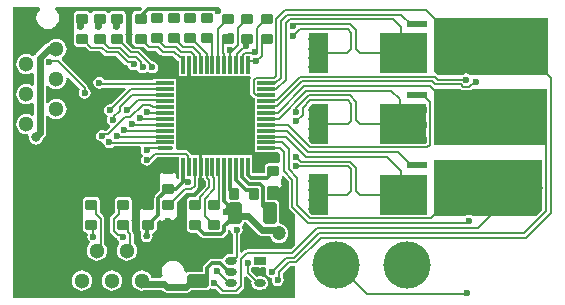
<source format=gbl>
G04*
G04 #@! TF.GenerationSoftware,Altium Limited,Altium Designer,18.0.11 (651)*
G04*
G04 Layer_Physical_Order=2*
G04 Layer_Color=16711680*
%FSLAX43Y43*%
%MOMM*%
G71*
G01*
G75*
%ADD10C,0.200*%
G04:AMPARAMS|DCode=37|XSize=1mm|YSize=0.9mm|CornerRadius=0.113mm|HoleSize=0mm|Usage=FLASHONLY|Rotation=90.000|XOffset=0mm|YOffset=0mm|HoleType=Round|Shape=RoundedRectangle|*
%AMROUNDEDRECTD37*
21,1,1.000,0.675,0,0,90.0*
21,1,0.775,0.900,0,0,90.0*
1,1,0.225,0.338,0.388*
1,1,0.225,0.338,-0.388*
1,1,0.225,-0.338,-0.388*
1,1,0.225,-0.338,0.388*
%
%ADD37ROUNDEDRECTD37*%
G04:AMPARAMS|DCode=40|XSize=1mm|YSize=0.9mm|CornerRadius=0.113mm|HoleSize=0mm|Usage=FLASHONLY|Rotation=0.000|XOffset=0mm|YOffset=0mm|HoleType=Round|Shape=RoundedRectangle|*
%AMROUNDEDRECTD40*
21,1,1.000,0.675,0,0,0.0*
21,1,0.775,0.900,0,0,0.0*
1,1,0.225,0.388,-0.338*
1,1,0.225,-0.388,-0.338*
1,1,0.225,-0.388,0.338*
1,1,0.225,0.388,0.338*
%
%ADD40ROUNDEDRECTD40*%
%ADD44R,1.651X0.610*%
%ADD45R,4.623X4.521*%
G04:AMPARAMS|DCode=48|XSize=1.8mm|YSize=1.15mm|CornerRadius=0.144mm|HoleSize=0mm|Usage=FLASHONLY|Rotation=270.000|XOffset=0mm|YOffset=0mm|HoleType=Round|Shape=RoundedRectangle|*
%AMROUNDEDRECTD48*
21,1,1.800,0.863,0,0,270.0*
21,1,1.513,1.150,0,0,270.0*
1,1,0.288,-0.431,-0.756*
1,1,0.288,-0.431,0.756*
1,1,0.288,0.431,0.756*
1,1,0.288,0.431,-0.756*
%
%ADD48ROUNDEDRECTD48*%
%ADD50R,1.500X0.300*%
%ADD51R,0.300X1.500*%
%ADD52O,1.500X0.300*%
%ADD54C,0.300*%
%ADD56C,0.600*%
%ADD57C,1.300*%
%ADD58C,4.000*%
%ADD59C,0.600*%
%ADD60C,0.800*%
%ADD61C,0.700*%
%ADD62C,1.200*%
%ADD63R,1.000X0.700*%
%ADD64O,1.000X0.700*%
%ADD65R,5.200X5.200*%
G04:AMPARAMS|DCode=66|XSize=3.35mm|YSize=1.25mm|CornerRadius=0.156mm|HoleSize=0mm|Usage=FLASHONLY|Rotation=90.000|XOffset=0mm|YOffset=0mm|HoleType=Round|Shape=RoundedRectangle|*
%AMROUNDEDRECTD66*
21,1,3.350,0.938,0,0,90.0*
21,1,3.038,1.250,0,0,90.0*
1,1,0.313,0.469,1.519*
1,1,0.313,0.469,-1.519*
1,1,0.313,-0.469,-1.519*
1,1,0.313,-0.469,1.519*
%
%ADD66ROUNDEDRECTD66*%
%ADD67R,0.200X0.200*%
G04:AMPARAMS|DCode=68|XSize=1.8mm|YSize=1.15mm|CornerRadius=0.144mm|HoleSize=0mm|Usage=FLASHONLY|Rotation=0.000|XOffset=0mm|YOffset=0mm|HoleType=Round|Shape=RoundedRectangle|*
%AMROUNDEDRECTD68*
21,1,1.800,0.863,0,0,0.0*
21,1,1.513,1.150,0,0,0.0*
1,1,0.288,0.756,-0.431*
1,1,0.288,-0.756,-0.431*
1,1,0.288,-0.756,0.431*
1,1,0.288,0.756,0.431*
%
%ADD68ROUNDEDRECTD68*%
G36*
X32375Y24475D02*
X31875D01*
Y24675D01*
X32375D01*
Y24475D01*
D02*
G37*
G36*
X31725Y23675D02*
X31225D01*
Y23875D01*
X31725D01*
Y23675D01*
D02*
G37*
G36*
X11050Y24630D02*
X10901Y24481D01*
X10588D01*
X10466Y24457D01*
X10362Y24388D01*
X10293Y24284D01*
X10269Y24163D01*
Y23487D01*
X10289Y23389D01*
X10275Y23375D01*
Y22575D01*
X10289Y22561D01*
X10269Y22462D01*
Y21788D01*
X10293Y21666D01*
X10362Y21562D01*
X10466Y21493D01*
X10588Y21469D01*
X11190D01*
X11475Y21184D01*
X11575Y21117D01*
X11692Y21094D01*
X11692Y21094D01*
X12308D01*
X12618Y20784D01*
X12618Y20784D01*
X12717Y20717D01*
X12834Y20694D01*
X13692D01*
X14052Y20334D01*
X14052Y20334D01*
X14152Y20267D01*
X14200Y20258D01*
Y18950D01*
X14900D01*
Y20694D01*
X15148D01*
X15194Y20648D01*
Y19950D01*
X15194Y19950D01*
X15200Y19920D01*
Y18950D01*
X20198D01*
X20287Y18770D01*
X20267Y18741D01*
X20244Y18624D01*
X20244Y18624D01*
Y17576D01*
X20244Y17576D01*
X20267Y17459D01*
X20334Y17359D01*
X20509Y17184D01*
X20509Y17184D01*
X20609Y17117D01*
X20650Y17109D01*
Y16500D01*
Y15500D01*
Y14500D01*
Y13500D01*
Y12500D01*
X22550D01*
Y12500D01*
X22715Y12464D01*
X22794Y12386D01*
Y11700D01*
X22614Y11576D01*
X22587Y11581D01*
X21812D01*
X21691Y11557D01*
X21587Y11488D01*
X21518Y11384D01*
X21494Y11262D01*
Y10732D01*
X20435D01*
X20407Y10760D01*
Y11300D01*
X20400Y11334D01*
Y12250D01*
X16200D01*
Y10350D01*
X16296D01*
X16317Y10243D01*
X16384Y10144D01*
X16494Y10033D01*
Y9676D01*
X15759Y8940D01*
X15692Y8841D01*
X15671Y8731D01*
X15213D01*
X15091Y8707D01*
X14987Y8638D01*
X14918Y8534D01*
X14894Y8413D01*
Y7738D01*
X14914Y7639D01*
X14900Y7625D01*
Y6825D01*
X14914Y6811D01*
X14894Y6713D01*
Y6037D01*
X14918Y5916D01*
X14987Y5812D01*
X15091Y5743D01*
X15213Y5719D01*
X15726D01*
X16123Y5323D01*
X16238Y5245D01*
X16375Y5218D01*
X17779D01*
X17916Y5245D01*
X18031Y5323D01*
X18302Y5594D01*
X18380Y5709D01*
X18407Y5846D01*
Y5946D01*
X18416Y5952D01*
X18613Y5860D01*
X18629Y5780D01*
X18740Y5615D01*
X18794Y5578D01*
Y3905D01*
X18500D01*
X18356Y3886D01*
X18223Y3830D01*
X18108Y3742D01*
X18020Y3627D01*
X17999Y3578D01*
X17841Y3490D01*
X17782Y3488D01*
X17686Y3507D01*
X17050D01*
X16913Y3480D01*
X16798Y3402D01*
X16348Y2952D01*
X16270Y2837D01*
X16243Y2700D01*
Y2382D01*
X15044D01*
X14910Y2355D01*
X14866Y2326D01*
X14774Y2360D01*
X14689Y2419D01*
X14661Y2638D01*
X14565Y2869D01*
X14413Y3068D01*
X14214Y3220D01*
X13983Y3316D01*
X13735Y3348D01*
X13487Y3316D01*
X13256Y3220D01*
X13057Y3068D01*
X12905Y2869D01*
X12809Y2638D01*
X12777Y2390D01*
X12809Y2142D01*
X12831Y2090D01*
X12711Y1910D01*
X11877D01*
X11807Y2079D01*
X11671Y2256D01*
X11494Y2392D01*
X11287Y2478D01*
X11065Y2507D01*
X10843Y2478D01*
X10636Y2392D01*
X10459Y2256D01*
X10323Y2079D01*
X10237Y1872D01*
X10208Y1650D01*
X10237Y1428D01*
X10323Y1221D01*
X10459Y1044D01*
X10636Y908D01*
X10843Y822D01*
X11065Y793D01*
X11287Y822D01*
X11452Y890D01*
X12746D01*
X12857Y780D01*
X13022Y669D01*
X13217Y630D01*
X14840D01*
X15035Y669D01*
X15200Y780D01*
X15239Y818D01*
X16556D01*
X16690Y845D01*
X16804Y921D01*
X16880Y1035D01*
X16880Y1035D01*
X16915Y1014D01*
X17005Y954D01*
X17024Y950D01*
X17200Y915D01*
X17348Y945D01*
X17709Y584D01*
X17709Y584D01*
X17808Y517D01*
X17925Y494D01*
X19069D01*
X19069Y494D01*
X19186Y517D01*
X19286Y584D01*
X19666Y964D01*
X19733Y1064D01*
X19756Y1181D01*
Y1938D01*
X19936Y2012D01*
X20363Y1585D01*
X20345Y1450D01*
X20364Y1306D01*
X20420Y1173D01*
X20508Y1058D01*
X20623Y970D01*
X20756Y914D01*
X20900Y895D01*
X21200D01*
X21344Y914D01*
X21477Y970D01*
X21592Y1058D01*
X21680Y1173D01*
X21736Y1306D01*
X21755Y1450D01*
X21736Y1594D01*
X21680Y1727D01*
X21592Y1842D01*
X21477Y1930D01*
X21344Y1986D01*
X21200Y2005D01*
X20900D01*
X20819Y1994D01*
X20356Y2457D01*
Y2728D01*
X20410Y2765D01*
X20434Y2800D01*
X20849D01*
X20880Y2779D01*
X21075Y2740D01*
X21270Y2779D01*
X21302Y2800D01*
X21525D01*
X21622Y2620D01*
X21605Y2595D01*
X21566Y2400D01*
X21605Y2205D01*
X21716Y2040D01*
X21881Y1929D01*
X22076Y1890D01*
X22070Y1722D01*
X22065Y1700D01*
X22104Y1505D01*
X22215Y1340D01*
X22380Y1229D01*
X22575Y1190D01*
X22770Y1229D01*
X22935Y1340D01*
X23046Y1505D01*
X23085Y1700D01*
X23046Y1895D01*
X22982Y1991D01*
Y2249D01*
X23627Y2894D01*
X24000D01*
Y204D01*
X204D01*
Y24796D01*
X2392D01*
X2453Y24616D01*
X2422Y24593D01*
X2270Y24394D01*
X2174Y24163D01*
X2142Y23915D01*
X2174Y23667D01*
X2270Y23436D01*
X2422Y23237D01*
X2621Y23085D01*
X2852Y22989D01*
X3100Y22957D01*
X3348Y22989D01*
X3579Y23085D01*
X3778Y23237D01*
X3930Y23436D01*
X4026Y23667D01*
X4058Y23915D01*
X4026Y24163D01*
X3930Y24394D01*
X3778Y24593D01*
X3747Y24616D01*
X3808Y24796D01*
X10981D01*
X11050Y24630D01*
D02*
G37*
G36*
X30950Y20800D02*
X30450D01*
Y21000D01*
X30950D01*
Y20800D01*
D02*
G37*
G36*
X27650D02*
X27150D01*
Y21000D01*
X27650D01*
Y20800D01*
D02*
G37*
G36*
X35200Y19231D02*
X31275D01*
Y22600D01*
X35200D01*
Y19231D01*
D02*
G37*
G36*
X26800D02*
X25200D01*
Y22644D01*
X26800D01*
Y19231D01*
D02*
G37*
G36*
X45500Y19100D02*
X38814D01*
X38745Y19146D01*
X38550Y19185D01*
X38355Y19146D01*
X38286Y19100D01*
X36133D01*
X36091Y19141D01*
X35992Y19208D01*
X35875Y19231D01*
X35800Y19403D01*
Y23900D01*
X45500D01*
Y19100D01*
D02*
G37*
G36*
X33050Y18025D02*
X32550D01*
Y18225D01*
X33050D01*
Y18025D01*
D02*
G37*
G36*
X45394Y13100D02*
X35800D01*
Y17900D01*
X38044D01*
X38085Y17859D01*
X38184Y17792D01*
X38301Y17769D01*
X38799D01*
X38799Y17769D01*
X38916Y17792D01*
X39015Y17859D01*
X39056Y17900D01*
X45394D01*
Y13100D01*
D02*
G37*
G36*
X31550Y17625D02*
X31050D01*
Y17825D01*
X31550D01*
Y17625D01*
D02*
G37*
G36*
X30950Y14800D02*
X30450D01*
Y15000D01*
X30950D01*
Y14800D01*
D02*
G37*
G36*
X27650D02*
X27150D01*
Y15000D01*
X27650D01*
Y14800D01*
D02*
G37*
G36*
X35170Y13293D02*
X35108Y13231D01*
X31275D01*
Y16600D01*
X35170D01*
Y13293D01*
D02*
G37*
G36*
X26800Y13231D02*
X25469D01*
X25200Y13500D01*
Y16342D01*
X25477Y16619D01*
X26800D01*
Y13231D01*
D02*
G37*
G36*
X31450Y12025D02*
X30950D01*
Y12225D01*
X31450D01*
Y12025D01*
D02*
G37*
G36*
X30650Y8800D02*
X30150D01*
Y9000D01*
X30650D01*
Y8800D01*
D02*
G37*
G36*
X27650D02*
X27150D01*
Y9000D01*
X27650D01*
Y8800D01*
D02*
G37*
G36*
X26800Y7231D02*
X25469D01*
X25200Y7500D01*
Y10700D01*
X26800D01*
Y7231D01*
D02*
G37*
G36*
X35200D02*
X34050D01*
X34040Y7229D01*
X33660D01*
X33650Y7231D01*
X31275D01*
Y10600D01*
X35200D01*
Y7231D01*
D02*
G37*
G36*
X44994Y7661D02*
X44433Y7100D01*
X39092D01*
X38947Y7197D01*
X38752Y7235D01*
X38557Y7197D01*
X38412Y7100D01*
X35800D01*
Y11900D01*
X44994D01*
Y7661D01*
D02*
G37*
G36*
X34100Y6825D02*
X33600D01*
Y7025D01*
X34100D01*
Y6825D01*
D02*
G37*
G36*
X23519Y10083D02*
Y7875D01*
X23519Y7875D01*
X23542Y7758D01*
X23609Y7659D01*
X24000Y7267D01*
Y4633D01*
X23673Y4306D01*
X19976D01*
X19976Y4306D01*
X19859Y4283D01*
X19760Y4216D01*
X19760Y4216D01*
X19572Y4028D01*
X19406Y4097D01*
Y5578D01*
X19460Y5615D01*
X19571Y5780D01*
X19610Y5975D01*
X19584Y6102D01*
X19575Y6151D01*
X19575Y6151D01*
X19571Y6170D01*
X19511Y6260D01*
X19604Y6371D01*
X19625Y6402D01*
X19680Y6485D01*
X19701Y6590D01*
X19891D01*
X20867Y5615D01*
X21032Y5504D01*
X21227Y5465D01*
X21892D01*
X21896Y5441D01*
X21976Y5247D01*
X22104Y5079D01*
X22272Y4951D01*
X22466Y4871D01*
X22675Y4843D01*
X22884Y4871D01*
X23078Y4951D01*
X23246Y5079D01*
X23374Y5247D01*
X23454Y5441D01*
X23482Y5650D01*
X23454Y5859D01*
X23374Y6053D01*
X23246Y6221D01*
X23078Y6349D01*
X22884Y6429D01*
X22846Y6434D01*
X22707Y6619D01*
Y8131D01*
X22680Y8265D01*
X22604Y8379D01*
X22490Y8455D01*
X22356Y8482D01*
X21707D01*
Y9475D01*
X22700D01*
X22900Y9675D01*
Y10447D01*
X22981Y10506D01*
X23077Y10525D01*
X23519Y10083D01*
D02*
G37*
%LPC*%
G36*
X7887Y24481D02*
X7113D01*
X6991Y24457D01*
X6887Y24388D01*
X6850Y24332D01*
X6817Y24323D01*
X6683D01*
X6650Y24332D01*
X6613Y24388D01*
X6509Y24457D01*
X6387Y24481D01*
X5613D01*
X5491Y24457D01*
X5387Y24388D01*
X5318Y24284D01*
X5294Y24163D01*
Y23487D01*
X5314Y23389D01*
X5300Y23375D01*
Y22575D01*
X5314Y22561D01*
X5294Y22462D01*
Y21788D01*
X5318Y21666D01*
X5387Y21562D01*
X5491Y21493D01*
X5613Y21469D01*
X6274D01*
X6584Y21159D01*
X6683Y21092D01*
X6800Y21069D01*
X6800Y21069D01*
X7558D01*
X7868Y20759D01*
X7868Y20759D01*
X7967Y20692D01*
X8084Y20669D01*
X8084Y20669D01*
X8917D01*
X9652Y19934D01*
X9652Y19934D01*
X9752Y19867D01*
X9869Y19844D01*
X9886D01*
X9903Y19756D01*
X10014Y19590D01*
X10179Y19480D01*
X10374Y19441D01*
X10569Y19480D01*
X10751Y19398D01*
X10789Y19342D01*
X10954Y19231D01*
X11149Y19192D01*
X11344Y19231D01*
X11414Y19278D01*
X11551Y19326D01*
X11683Y19277D01*
X11755Y19229D01*
X11950Y19190D01*
X12145Y19229D01*
X12310Y19340D01*
X12421Y19505D01*
X12460Y19700D01*
X12421Y19895D01*
X12310Y20060D01*
X12145Y20171D01*
X11965Y20207D01*
X10980Y21191D01*
X10881Y21258D01*
X10764Y21281D01*
X10764Y21281D01*
X10302D01*
X9706Y21876D01*
Y22462D01*
X9686Y22561D01*
X9700Y22575D01*
Y23375D01*
X9686Y23389D01*
X9706Y23487D01*
Y24163D01*
X9682Y24284D01*
X9613Y24388D01*
X9509Y24457D01*
X9387Y24481D01*
X8613D01*
X8491Y24457D01*
X8387Y24388D01*
X8350Y24332D01*
X8317Y24323D01*
X8183D01*
X8150Y24332D01*
X8113Y24388D01*
X8009Y24457D01*
X7887Y24481D01*
D02*
G37*
G36*
X3840Y22102D02*
X3618Y22073D01*
X3411Y21987D01*
X3234Y21851D01*
X3155Y21748D01*
X2993Y21716D01*
X2827Y21605D01*
X2090Y20868D01*
X2001Y20735D01*
X1891Y20688D01*
X1789Y20671D01*
X1729Y20717D01*
X1522Y20803D01*
X1300Y20832D01*
X1078Y20803D01*
X871Y20717D01*
X694Y20581D01*
X558Y20404D01*
X472Y20197D01*
X443Y19975D01*
X472Y19753D01*
X558Y19546D01*
X694Y19369D01*
X871Y19233D01*
X1078Y19147D01*
X1300Y19118D01*
X1522Y19147D01*
X1729Y19233D01*
X1760Y19257D01*
X1940Y19168D01*
Y18242D01*
X1760Y18153D01*
X1729Y18177D01*
X1522Y18263D01*
X1300Y18292D01*
X1078Y18263D01*
X871Y18177D01*
X694Y18041D01*
X558Y17864D01*
X472Y17657D01*
X443Y17435D01*
X472Y17213D01*
X558Y17006D01*
X694Y16829D01*
X871Y16693D01*
X1078Y16607D01*
X1300Y16578D01*
X1522Y16607D01*
X1729Y16693D01*
X1760Y16717D01*
X1940Y16628D01*
Y15702D01*
X1760Y15613D01*
X1729Y15637D01*
X1522Y15723D01*
X1300Y15752D01*
X1078Y15723D01*
X871Y15637D01*
X694Y15501D01*
X558Y15324D01*
X472Y15117D01*
X443Y14895D01*
X472Y14673D01*
X558Y14466D01*
X694Y14289D01*
X871Y14153D01*
X1078Y14067D01*
X1300Y14038D01*
X1395Y14050D01*
X1454Y14002D01*
X1535Y13887D01*
X1520Y13776D01*
X1541Y13619D01*
X1601Y13473D01*
X1697Y13348D01*
X1823Y13252D01*
X1968Y13191D01*
X2125Y13170D01*
X2282Y13191D01*
X2428Y13252D01*
X2553Y13348D01*
X2649Y13473D01*
X2710Y13619D01*
X2725Y13732D01*
X2811Y13790D01*
X2921Y13955D01*
X2960Y14150D01*
Y15620D01*
X3140Y15681D01*
X3234Y15559D01*
X3411Y15423D01*
X3618Y15337D01*
X3840Y15308D01*
X4062Y15337D01*
X4269Y15423D01*
X4446Y15559D01*
X4582Y15736D01*
X4668Y15943D01*
X4697Y16165D01*
X4668Y16387D01*
X4582Y16594D01*
X4446Y16771D01*
X4269Y16907D01*
X4062Y16993D01*
X3840Y17022D01*
X3618Y16993D01*
X3411Y16907D01*
X3234Y16771D01*
X3140Y16649D01*
X2960Y16710D01*
Y18160D01*
X3140Y18221D01*
X3234Y18099D01*
X3411Y17963D01*
X3618Y17877D01*
X3840Y17848D01*
X4062Y17877D01*
X4269Y17963D01*
X4446Y18099D01*
X4582Y18276D01*
X4668Y18483D01*
X4697Y18705D01*
X4684Y18803D01*
X4855Y18888D01*
X5851Y17891D01*
X5754Y17745D01*
X5715Y17550D01*
X5754Y17355D01*
X5864Y17190D01*
X6030Y17079D01*
X6225Y17040D01*
X6420Y17079D01*
X6585Y17190D01*
X6696Y17355D01*
X6735Y17550D01*
X6696Y17745D01*
X6585Y17910D01*
X6531Y17947D01*
Y17950D01*
X6508Y18067D01*
X6441Y18166D01*
X6441Y18166D01*
X4291Y20317D01*
X4284Y20373D01*
X4320Y20542D01*
X4446Y20639D01*
X4582Y20816D01*
X4668Y21023D01*
X4697Y21245D01*
X4668Y21467D01*
X4582Y21674D01*
X4446Y21851D01*
X4269Y21987D01*
X4062Y22073D01*
X3840Y22102D01*
D02*
G37*
G36*
X7475Y18910D02*
X7280Y18871D01*
X7115Y18760D01*
X7004Y18595D01*
X6965Y18400D01*
X7004Y18205D01*
X7115Y18039D01*
X7280Y17929D01*
X7475Y17890D01*
X7670Y17929D01*
X7768Y17994D01*
X9626D01*
X9695Y17828D01*
X8440Y16573D01*
X8375Y16586D01*
X8180Y16547D01*
X8015Y16436D01*
X7904Y16271D01*
X7866Y16076D01*
X7904Y15881D01*
X8015Y15715D01*
X8180Y15605D01*
X8138Y15483D01*
X8129Y15470D01*
X8090Y15275D01*
X8129Y15080D01*
X8240Y14915D01*
X8336Y14850D01*
X8380Y14639D01*
X8072Y14331D01*
X7955D01*
X7895Y14371D01*
X7700Y14410D01*
X7505Y14371D01*
X7340Y14260D01*
X7229Y14095D01*
X7190Y13900D01*
X7229Y13705D01*
X7340Y13540D01*
X7505Y13429D01*
X7700Y13390D01*
X7843Y13235D01*
X7854Y13180D01*
X7965Y13015D01*
X8130Y12904D01*
X8325Y12865D01*
X8520Y12904D01*
X8685Y13015D01*
X8689Y13019D01*
X10929D01*
X11023Y12839D01*
X10991Y12676D01*
X11030Y12481D01*
X11140Y12315D01*
Y12236D01*
X11030Y12071D01*
X10991Y11876D01*
X11030Y11680D01*
X11140Y11515D01*
X11305Y11405D01*
X11501Y11366D01*
X11696Y11405D01*
X11861Y11515D01*
X11972Y11680D01*
X11980Y11724D01*
X12350Y12094D01*
X14200D01*
Y11335D01*
X14193Y11300D01*
Y10376D01*
X14194Y10374D01*
Y10279D01*
X14180Y10270D01*
X14000Y10367D01*
Y10675D01*
X13800Y10875D01*
X12800D01*
X12600Y10675D01*
Y9875D01*
X12614Y9861D01*
X12594Y9763D01*
Y9228D01*
X12223Y8856D01*
X12145Y8741D01*
X12118Y8604D01*
Y7825D01*
X11125D01*
X10925Y7625D01*
Y6825D01*
X10939Y6811D01*
X10919Y6713D01*
Y6037D01*
X10943Y5916D01*
X11012Y5812D01*
X11040Y5674D01*
X11004Y5620D01*
X10965Y5425D01*
X11004Y5230D01*
X11115Y5065D01*
X11280Y4954D01*
X11475Y4915D01*
X11670Y4954D01*
X11835Y5065D01*
X11946Y5230D01*
X11985Y5425D01*
X11962Y5539D01*
X11996Y5661D01*
X12087Y5734D01*
X12134Y5743D01*
X12238Y5812D01*
X12307Y5916D01*
X12331Y6037D01*
Y6576D01*
X12593Y6838D01*
X12625Y6825D01*
X12825Y6625D01*
X13825D01*
X14025Y6825D01*
Y7625D01*
X14011Y7639D01*
X14031Y7737D01*
Y8265D01*
X14835Y9069D01*
X15274D01*
X15274Y9069D01*
X15391Y9092D01*
X15490Y9159D01*
X15766Y9435D01*
X15766Y9435D01*
X15833Y9534D01*
X15856Y9651D01*
Y9723D01*
X15857Y9727D01*
Y10350D01*
X15900D01*
Y12250D01*
X15291D01*
X15283Y12291D01*
X15216Y12391D01*
X14991Y12616D01*
X14891Y12683D01*
X14774Y12706D01*
X14774Y12706D01*
X14112D01*
X13983Y12826D01*
X13950Y13000D01*
X13950D01*
X13950Y13000D01*
Y13500D01*
Y14500D01*
Y15500D01*
Y16500D01*
Y17500D01*
Y18700D01*
X12050D01*
Y18606D01*
X7939D01*
X7835Y18760D01*
X7670Y18871D01*
X7475Y18910D01*
D02*
G37*
G36*
X9888Y8731D02*
X9113D01*
X8991Y8707D01*
X8887Y8638D01*
X8818Y8534D01*
X8794Y8412D01*
Y7737D01*
X8800Y7706D01*
X8794Y7675D01*
X8794Y7675D01*
Y7410D01*
X8484Y7100D01*
X8417Y7000D01*
X8394Y6883D01*
X8394Y6883D01*
Y5867D01*
X8394Y5867D01*
X8417Y5750D01*
X8484Y5650D01*
X8850Y5284D01*
X8850Y5284D01*
X8950Y5217D01*
X8988Y5210D01*
X9004Y5130D01*
X9115Y4965D01*
X9130Y4954D01*
X9139Y4732D01*
X9053Y4619D01*
X8967Y4412D01*
X8938Y4190D01*
X8967Y3968D01*
X9053Y3761D01*
X9189Y3584D01*
X9366Y3448D01*
X9573Y3362D01*
X9795Y3333D01*
X10017Y3362D01*
X10224Y3448D01*
X10401Y3584D01*
X10537Y3761D01*
X10623Y3968D01*
X10652Y4190D01*
X10623Y4412D01*
X10537Y4619D01*
X10401Y4796D01*
X10381Y4812D01*
Y5574D01*
X10381Y5574D01*
X10358Y5691D01*
X10291Y5790D01*
X10291Y5790D01*
X10206Y5875D01*
Y6036D01*
X10206Y6037D01*
Y6712D01*
X10186Y6811D01*
X10200Y6825D01*
Y7625D01*
X10186Y7639D01*
X10206Y7737D01*
Y8412D01*
X10182Y8534D01*
X10113Y8638D01*
X10009Y8707D01*
X9888Y8731D01*
D02*
G37*
G36*
X7188Y8731D02*
X6412D01*
X6291Y8707D01*
X6187Y8638D01*
X6118Y8534D01*
X6094Y8412D01*
Y7737D01*
X6114Y7639D01*
X6100Y7625D01*
Y6825D01*
X6114Y6811D01*
X6094Y6712D01*
Y6037D01*
X6118Y5916D01*
X6187Y5812D01*
X6291Y5743D01*
X6412Y5719D01*
X6504Y5546D01*
X6503Y5539D01*
X6466Y5350D01*
X6504Y5155D01*
X6615Y4990D01*
X6643Y4971D01*
X6644Y4950D01*
X6626Y4766D01*
X6513Y4619D01*
X6427Y4412D01*
X6398Y4190D01*
X6427Y3968D01*
X6513Y3761D01*
X6649Y3584D01*
X6826Y3448D01*
X7033Y3362D01*
X7255Y3333D01*
X7477Y3362D01*
X7684Y3448D01*
X7861Y3584D01*
X7997Y3761D01*
X8083Y3968D01*
X8112Y4190D01*
X8083Y4412D01*
X7997Y4619D01*
X7906Y4738D01*
Y6900D01*
X7906Y6900D01*
X7883Y7017D01*
X7816Y7116D01*
X7816Y7116D01*
X7506Y7427D01*
Y7675D01*
X7500Y7706D01*
X7506Y7737D01*
Y8412D01*
X7482Y8534D01*
X7413Y8638D01*
X7309Y8707D01*
X7188Y8731D01*
D02*
G37*
G36*
X8525Y2507D02*
X8303Y2478D01*
X8096Y2392D01*
X7919Y2256D01*
X7783Y2079D01*
X7697Y1872D01*
X7668Y1650D01*
X7697Y1428D01*
X7783Y1221D01*
X7919Y1044D01*
X8096Y908D01*
X8303Y822D01*
X8525Y793D01*
X8747Y822D01*
X8954Y908D01*
X9131Y1044D01*
X9267Y1221D01*
X9353Y1428D01*
X9382Y1650D01*
X9353Y1872D01*
X9267Y2079D01*
X9131Y2256D01*
X8954Y2392D01*
X8747Y2478D01*
X8525Y2507D01*
D02*
G37*
G36*
X5985D02*
X5763Y2478D01*
X5556Y2392D01*
X5379Y2256D01*
X5243Y2079D01*
X5157Y1872D01*
X5128Y1650D01*
X5157Y1428D01*
X5243Y1221D01*
X5379Y1044D01*
X5556Y908D01*
X5763Y822D01*
X5985Y793D01*
X6207Y822D01*
X6414Y908D01*
X6591Y1044D01*
X6727Y1221D01*
X6813Y1428D01*
X6842Y1650D01*
X6813Y1872D01*
X6727Y2079D01*
X6591Y2256D01*
X6414Y2392D01*
X6207Y2478D01*
X5985Y2507D01*
D02*
G37*
%LPD*%
D10*
X26000Y20900D02*
X27200D01*
X26000Y14900D02*
X27200D01*
X26000Y8900D02*
X27200D01*
X16100Y9531D02*
Y11250D01*
X13475Y6375D02*
X14300Y7200D01*
X26206Y5275D02*
X28453D01*
X24131Y3200D02*
X26206Y5275D01*
X23500Y3200D02*
X24131D01*
X26041Y5675D02*
X28618D01*
X23966Y3600D02*
X26041Y5675D01*
X23276Y3600D02*
X23966D01*
X17312Y1313D02*
X17362Y1362D01*
X25875Y6075D02*
X28784D01*
X23800Y4000D02*
X25875Y6075D01*
X19976Y4000D02*
X23800D01*
X25342Y12925D02*
X35235D01*
X35475Y13166D01*
X23417Y14850D02*
X25342Y12925D01*
X8600Y15476D02*
X8624D01*
X20850Y23025D02*
X21800Y23975D01*
X20600Y21050D02*
X20850D01*
X20050Y20226D02*
X20776D01*
X24100Y12150D02*
X24149D01*
X24574Y11725D01*
X24125Y11325D02*
X28534D01*
X24100Y11350D02*
X24125Y11325D01*
X22762Y12850D02*
X23100Y12512D01*
Y10934D02*
Y12512D01*
Y10934D02*
X23825Y10209D01*
X23500Y11100D02*
Y12800D01*
Y11100D02*
X24225Y10375D01*
X22950Y13350D02*
X23500Y12800D01*
X24499Y18925D02*
X24931D01*
X22474Y16900D02*
X24499Y18925D01*
X24675Y18525D02*
X25075D01*
X23060Y16910D02*
X24675Y18525D01*
X23050Y16910D02*
X23060D01*
X22566Y15850D02*
X24841Y18125D01*
X24700Y16275D02*
X25350Y16925D01*
X24100Y15125D02*
X24148D01*
X24700Y15676D01*
Y16275D01*
X24100Y15925D02*
Y16241D01*
X25184Y17325D01*
X22644Y15362D02*
X25006Y17725D01*
X31100D01*
X25350Y16925D02*
X28509D01*
X19610Y21350D02*
X19900D01*
X19949Y21399D02*
Y21751D01*
X20074Y21651D02*
Y22274D01*
X25075Y18525D02*
X35650D01*
X22550Y16410D02*
X23050Y16910D01*
X23250Y18669D02*
Y23450D01*
X22431Y17850D02*
X23250Y18669D01*
X21600Y17850D02*
X22431D01*
X22850Y18834D02*
Y23650D01*
X22366Y18350D02*
X22850Y18834D01*
X21600Y18350D02*
X22366D01*
X22450Y19000D02*
Y23816D01*
X22250Y18800D02*
X22450Y19000D01*
X20726Y18800D02*
X22250D01*
X24841Y18125D02*
X32600D01*
X24931Y18925D02*
X35875D01*
X24931Y18925D02*
X24931Y18925D01*
X22200Y16900D02*
X22474D01*
X20550Y18624D02*
X20726Y18800D01*
X25184Y17325D02*
X28675D01*
X19200Y23000D02*
X20175Y23975D01*
X18526Y21176D02*
X18776D01*
X18550Y19900D02*
Y21152D01*
X22150Y16850D02*
X22200Y16900D01*
X21600Y16850D02*
X22150D01*
X22644Y15350D02*
Y15362D01*
X22550Y16400D02*
Y16410D01*
X21600Y14850D02*
X23417D01*
X23352Y14350D02*
X25177Y12525D01*
X21600Y14350D02*
X23352D01*
X25177Y12525D02*
X32750D01*
X21600Y15350D02*
X22644D01*
X15575Y8075D02*
X15975Y8475D01*
X16400Y8583D02*
X17200Y9383D01*
Y9931D01*
X15975Y8724D02*
X16800Y9549D01*
X15975Y8475D02*
Y8724D01*
X16800Y9549D02*
Y10097D01*
X16400Y7150D02*
Y8583D01*
X16800Y10097D02*
Y10160D01*
X16800Y10097D02*
X16800Y10097D01*
X15551Y9727D02*
Y11300D01*
X15550Y9726D02*
X15551Y9727D01*
X15550Y9651D02*
Y9726D01*
X15274Y9375D02*
X15550Y9651D01*
X14550Y10376D02*
X14951Y9975D01*
X15394Y8825D02*
X16100Y9531D01*
X9300Y5500D02*
X9475Y5325D01*
X9067Y5500D02*
X9300D01*
X8700Y5867D02*
X9067Y5500D01*
X7700Y14025D02*
X8199D01*
X6800Y8075D02*
X7200Y7675D01*
X8375Y13325D02*
X13000D01*
X10227Y17351D02*
X12999D01*
X9200Y16324D02*
X10227Y17351D01*
X10150Y17850D02*
X13000D01*
X8375Y16076D02*
X10150Y17850D01*
X9200Y16052D02*
Y16324D01*
X8624Y15476D02*
X9200Y16052D01*
X9800Y16075D02*
X9900D01*
X9649Y15475D02*
X10076D01*
X8199Y14025D02*
X9649Y15475D01*
X10076D02*
X11152Y16551D01*
X9600Y14401D02*
X9726Y14275D01*
X8600Y15275D02*
Y15476D01*
X9726Y14275D02*
X10500D01*
X8950Y13925D02*
X9074Y13801D01*
X10575Y14350D02*
X13000D01*
X10500Y14275D02*
X10575Y14350D01*
X8325Y13375D02*
X8375Y13325D01*
X9074Y13801D02*
X9849D01*
X9100Y7675D02*
X9500Y8075D01*
X9100Y7283D02*
Y7675D01*
X8700Y6883D02*
X9100Y7283D01*
X8700Y5867D02*
Y6883D01*
X13000Y13325D02*
Y13350D01*
X9849Y13801D02*
X9898Y13850D01*
X13000D01*
X10175Y14850D02*
X10200Y14825D01*
X11149D01*
X10800Y15350D02*
X10850Y15300D01*
X11500D01*
X11550Y15350D02*
X13000D01*
X11500Y15300D02*
X11550Y15350D01*
X11174Y14850D02*
X13000D01*
X11149Y14825D02*
X11174Y14850D01*
X10175Y14850D02*
X10175Y14850D01*
X12000Y16350D02*
X13000D01*
X11799Y16551D02*
X12000Y16350D01*
X11152Y16551D02*
X11799D01*
X10776Y16951D02*
X11965D01*
X9900Y16075D02*
X10776Y16951D01*
X12999Y17351D02*
X13000Y17350D01*
X12016Y16900D02*
X12950D01*
X11965Y16951D02*
X12016Y16900D01*
X11500Y15850D02*
X13000D01*
X12950Y16900D02*
X13000Y16850D01*
X11501Y11876D02*
X11699D01*
X12223Y12400D02*
X14774D01*
X11600Y12850D02*
X13000D01*
X11501Y12751D02*
X11600Y12850D01*
X7575Y18300D02*
X12950D01*
X13000Y15850D02*
Y15850D01*
X11699Y11876D02*
X12223Y12400D01*
X17362Y1362D02*
X17925Y800D01*
X19100Y3689D02*
Y5975D01*
X18900Y3489D02*
X19100Y3689D01*
X19450Y3474D02*
X19976Y4000D01*
X19450Y1181D02*
Y3474D01*
X9500Y4485D02*
X10075D01*
X9900Y5749D02*
Y6225D01*
X9750Y6375D02*
X9900Y6225D01*
X9500Y6375D02*
X9750D01*
X9900Y5749D02*
X10075Y5574D01*
X9500Y4485D02*
X9795Y4190D01*
X10075Y4485D02*
Y5574D01*
X14708Y9375D02*
X15274D01*
X13408Y8075D02*
X14708Y9375D01*
X13325Y8075D02*
X13408D01*
X15017Y8825D02*
X15394D01*
X14300Y8108D02*
X15017Y8825D01*
X14300Y7200D02*
Y8108D01*
X16400Y7150D02*
X17175Y6375D01*
X13325Y6375D02*
X13475D01*
X14550Y10376D02*
X14550Y10376D01*
X6225Y17550D02*
Y17950D01*
X3950Y20225D02*
X6225Y17950D01*
X3425Y20225D02*
X3950D01*
X7475Y18400D02*
X7575Y18300D01*
X6800Y6375D02*
X6975Y6200D01*
Y5525D02*
Y6200D01*
X19176Y20916D02*
X19610Y21350D01*
X19176Y20903D02*
Y20916D01*
X19100Y20827D02*
X19176Y20903D01*
X19100Y19950D02*
Y20827D01*
X19600Y20774D02*
X19776Y20950D01*
X19600Y19950D02*
Y20774D01*
X20850Y21050D02*
Y23025D01*
X20500Y20950D02*
X20600Y21050D01*
X19776Y20950D02*
X20500D01*
X19200Y22574D02*
Y23000D01*
Y22574D02*
X19200Y22574D01*
Y22076D02*
Y22574D01*
X19200Y22076D02*
X19200Y22076D01*
X19200Y21617D02*
Y22076D01*
X19100Y21517D02*
X19200Y21617D01*
X19100Y21500D02*
Y21517D01*
X18776Y21176D02*
X19100Y21500D01*
X17950Y21675D02*
X18600Y22325D01*
X17525Y19925D02*
Y22950D01*
X16875Y21900D02*
X17000Y21775D01*
Y19950D02*
Y21775D01*
X15256Y22150D02*
X16550Y20856D01*
Y19900D02*
Y20856D01*
X15440Y21400D02*
X16000Y20840D01*
Y19950D02*
Y20840D01*
X17950Y20925D02*
Y21675D01*
Y20925D02*
X18050Y20825D01*
Y19900D02*
Y20825D01*
X18526Y21176D02*
X18550Y21152D01*
X18900Y3350D02*
Y3489D01*
X7600Y4535D02*
Y6900D01*
X7255Y4190D02*
X7600Y4535D01*
X7200Y7300D02*
Y7675D01*
Y7300D02*
X7600Y6900D01*
X23850Y22375D02*
X23899D01*
X24473Y22950D01*
X23850Y23175D02*
X24050Y23375D01*
X23575Y23775D02*
X31275D01*
X23375Y24175D02*
X33050D01*
X23209Y24575D02*
X26325D01*
X22450Y23816D02*
X23209Y24575D01*
X22850Y23650D02*
X23375Y24175D01*
X23250Y23450D02*
X23575Y23775D01*
X21250Y20700D02*
Y21925D01*
X20776Y20226D02*
X21250Y20700D01*
X19900Y21350D02*
X19949Y21399D01*
X17525Y22950D02*
X18400Y23825D01*
X17525Y19925D02*
X17550Y19900D01*
X8975Y23350D02*
X9000Y23325D01*
X9869Y20150D02*
X10250D01*
X9044Y20975D02*
X9869Y20150D01*
X9209Y21375D02*
X10009Y20575D01*
X8084Y20975D02*
X9044D01*
X7684Y21375D02*
X8084Y20975D01*
X6800Y21375D02*
X7684D01*
X6050Y22125D02*
X6800Y21375D01*
X6000Y22125D02*
X6050D01*
X10009Y20575D02*
X10598D01*
X8250Y21375D02*
X9209D01*
X7500Y22125D02*
X8250Y21375D01*
X9000Y22125D02*
X9025D01*
X10175Y20975D01*
X16725Y22150D02*
X16875Y22000D01*
Y21900D02*
Y22000D01*
X11317Y21775D02*
X11692Y21400D01*
X14269Y20550D02*
X14550D01*
X8200Y1975D02*
X8525Y1650D01*
X25175Y6525D02*
X25550D01*
X23825Y7875D02*
X25175Y6525D01*
X23825Y7875D02*
Y10209D01*
X24225Y8042D02*
X25342Y6925D01*
X24225Y8042D02*
Y10375D01*
X24000Y12250D02*
X24049D01*
X25550Y6525D02*
X25550Y6525D01*
X38550D01*
X25342Y6925D02*
X33650D01*
X12950Y18300D02*
X13000Y18350D01*
X16600Y10360D02*
X16800Y10160D01*
X16600Y10360D02*
Y11250D01*
X17100Y10426D02*
Y11250D01*
Y10426D02*
X17200Y10326D01*
Y9931D02*
Y10326D01*
X17200Y9931D02*
X17200Y9931D01*
X17050Y11300D02*
X17100Y11250D01*
X17550Y11300D02*
X17600Y11250D01*
Y9765D02*
Y11250D01*
X17600Y9765D02*
X17600Y9765D01*
X17600Y8400D02*
Y9765D01*
X17500Y8300D02*
X17600Y8400D01*
X20931Y1450D02*
X21050D01*
X20050Y2331D02*
Y3125D01*
Y2331D02*
X20931Y1450D01*
X22076Y2400D02*
X23276Y3600D01*
X22676Y2376D02*
X23500Y3200D01*
X22575Y1700D02*
X22676Y1801D01*
Y2376D01*
X17925Y800D02*
X19069D01*
X19450Y1181D01*
X21050Y1450D02*
X21100D01*
X18650D02*
X18700D01*
X18450D02*
X18650D01*
X17400Y2500D02*
X18450Y1450D01*
X10598Y20575D02*
X10974Y20199D01*
Y19877D02*
X11149Y19702D01*
X10764Y20975D02*
X11950Y19789D01*
X10175Y20975D02*
X10764D01*
X10250Y20150D02*
X10400Y20000D01*
X11950Y19700D02*
Y19789D01*
X10974Y19877D02*
Y20199D01*
X14774Y12400D02*
X15000Y12174D01*
X10750Y22150D02*
X11125Y21775D01*
X11317D01*
X11692Y21400D02*
X12434D01*
X13625Y23850D02*
X13725D01*
X21600Y15850D02*
X22566D01*
X21650Y16400D02*
X22550D01*
X28618Y5675D02*
X43440D01*
X28618Y5675D02*
X28618Y5675D01*
X28453Y5275D02*
X43606D01*
X28453Y5275D02*
X28453Y5275D01*
X24574Y11725D02*
X28700D01*
X24975Y12125D02*
X29450D01*
X23250Y13850D02*
X24975Y12125D01*
X21600Y13850D02*
X23250D01*
X14550Y19900D02*
Y20550D01*
X16000Y19950D02*
X16050Y19900D01*
X21550Y17400D02*
X21600Y17350D01*
X16550Y11300D02*
X16600Y11250D01*
X16050Y11300D02*
X16100Y11250D01*
X21600Y12850D02*
X22762D01*
X17000Y19950D02*
X17050Y19900D01*
X15000Y11350D02*
X15050Y11300D01*
X15500Y19950D02*
X15550Y19900D01*
X21600Y13350D02*
X22950D01*
X21100Y14850D02*
X21600D01*
X20050Y19900D02*
Y20226D01*
X14550Y21400D02*
X15440D01*
X15500Y19950D02*
Y20774D01*
X14384Y21000D02*
X15274D01*
X15500Y20774D01*
X24050Y23375D02*
X28666D01*
X12250Y22150D02*
X13000Y21400D01*
X15225Y22150D02*
X15256D01*
X13725D02*
X13800D01*
X14550Y21400D01*
X13984D02*
X14384Y21000D01*
X13819D02*
X14269Y20550D01*
X20550Y17576D02*
Y18624D01*
X20726Y17400D02*
X21550D01*
X20550Y17576D02*
X20726Y17400D01*
X21600Y15350D02*
X21650Y15400D01*
X21600Y15850D02*
X21650Y15900D01*
X21600Y16350D02*
X21650Y16400D01*
X12834Y21000D02*
X13819D01*
X12434Y21400D02*
X12834Y21000D01*
X13000Y21400D02*
X13984D01*
X38550Y550D02*
Y600D01*
X38550Y550D02*
X38550Y550D01*
X30125Y550D02*
X38550D01*
X32900Y16135D02*
X34350D01*
X32900D02*
Y17000D01*
X32175Y17725D02*
X32900Y17000D01*
X33000Y10135D02*
X34350D01*
X33000D02*
Y10925D01*
X31800Y12125D02*
X33000Y10925D01*
X21100Y13850D02*
X21600D01*
X15000Y11350D02*
Y12174D01*
X21100Y14350D02*
X21600D01*
X21100Y13350D02*
X21600D01*
X21100Y12850D02*
X21600D01*
X21100Y16350D02*
X21600D01*
X21100Y16850D02*
X21600D01*
X5985Y1650D02*
X6300Y1965D01*
X24473Y22950D02*
X28500D01*
X28800Y15175D02*
Y16634D01*
X28509Y16925D02*
X28800Y16634D01*
X39575Y6075D02*
X43000Y9500D01*
X19550Y19900D02*
X19600Y19950D01*
X19050Y19900D02*
X19100Y19950D01*
X43000Y21500D02*
X45700Y18800D01*
Y7369D02*
Y18800D01*
X43606Y5275D02*
X45700Y7369D01*
X43440Y5675D02*
X45300Y7535D01*
X43000Y15500D02*
X45300Y13200D01*
Y7535D02*
Y13200D01*
X27700Y2975D02*
X30125Y550D01*
X36125Y18675D02*
X38550D01*
X35875Y18925D02*
X36125Y18675D01*
X35650Y18525D02*
X35900Y18275D01*
X38101D02*
X38301Y18075D01*
X35900Y18275D02*
X38101D01*
X38301Y18075D02*
X38799D01*
X39023Y18300D01*
X39350D01*
X33900Y22200D02*
X33965Y22135D01*
X33000Y22200D02*
X33900D01*
X33000D02*
Y23100D01*
X32325Y23775D02*
X33000Y23100D01*
X33965Y22135D02*
X34350D01*
X31675Y23775D02*
X32325D01*
X31500Y17725D02*
X32175D01*
X30900Y20900D02*
X32000D01*
X29575D02*
X30400D01*
X30900Y14900D02*
X32000D01*
X30600Y8900D02*
X32000D01*
X31400Y12125D02*
X31800D01*
X33870Y11405D02*
X34350D01*
X32750Y12525D02*
X33870Y11405D01*
X38100Y15500D02*
X38168D01*
X29450Y12125D02*
X31000D01*
X29450Y12125D02*
X29450Y12125D01*
X34350Y17405D02*
X34870D01*
X35475Y16799D01*
Y13166D02*
Y16799D01*
X26325Y24575D02*
X31925D01*
X26325Y24575D02*
X26325Y24575D01*
X32325D02*
X35093D01*
X33050Y24175D02*
X33820Y23405D01*
X34350D01*
X33000Y18125D02*
X35475D01*
X29525Y14900D02*
X30500D01*
X29200Y15225D02*
X29525Y14900D01*
X29200Y15225D02*
Y16800D01*
X28675Y17325D02*
X29200Y16800D01*
X28800Y21275D02*
Y22650D01*
X29200Y21275D02*
Y22841D01*
Y21275D02*
X29575Y20900D01*
X28666Y23375D02*
X29200Y22841D01*
X29575Y8900D02*
X30200D01*
X28425D02*
X28800Y9275D01*
X29200D02*
X29575Y8900D01*
X29200Y9275D02*
Y11225D01*
X28700Y11725D02*
X29200Y11225D01*
X28800Y9275D02*
Y11059D01*
X28534Y11325D02*
X28800Y11059D01*
X28500Y22950D02*
X28800Y22650D01*
X28425Y20900D02*
X28800Y21275D01*
X28525Y14900D02*
X28800Y15175D01*
X35475Y18125D02*
X38100Y15500D01*
X35093Y24575D02*
X38168Y21500D01*
X38525Y6550D02*
X38550Y6525D01*
X38525Y6550D02*
X38701Y6726D01*
X34050Y6925D02*
X35593D01*
X38168Y9500D01*
X38701Y6726D02*
X38752D01*
X1400Y20101D02*
Y20175D01*
X27600Y8900D02*
X28425D01*
X27650Y14900D02*
X28525D01*
X27600Y20900D02*
X28425D01*
X28784Y6075D02*
X28784Y6075D01*
X39575D01*
D37*
X20550Y9000D02*
D03*
X18850D02*
D03*
D40*
X13300Y9425D02*
D03*
Y11125D02*
D03*
X6000Y22125D02*
D03*
Y23825D02*
D03*
X7500Y22125D02*
D03*
Y23825D02*
D03*
X9000Y22125D02*
D03*
Y23825D02*
D03*
X9500Y8075D02*
D03*
Y6375D02*
D03*
X10975Y22125D02*
D03*
Y23825D02*
D03*
X15600Y6375D02*
D03*
Y8075D02*
D03*
X17200Y6375D02*
D03*
Y8075D02*
D03*
X20000Y23825D02*
D03*
Y22125D02*
D03*
X18400Y23825D02*
D03*
Y22125D02*
D03*
X12375Y23850D02*
D03*
Y22150D02*
D03*
X13325Y6375D02*
D03*
Y8075D02*
D03*
X22200Y9225D02*
D03*
Y10925D02*
D03*
X21650Y23825D02*
D03*
Y22125D02*
D03*
X16575Y23850D02*
D03*
Y22150D02*
D03*
X15175Y23850D02*
D03*
Y22150D02*
D03*
X13775Y23850D02*
D03*
Y22150D02*
D03*
X11625Y6375D02*
D03*
Y8075D02*
D03*
X6800Y6375D02*
D03*
Y8075D02*
D03*
D44*
X34350Y11405D02*
D03*
Y10135D02*
D03*
Y8865D02*
D03*
Y7595D02*
D03*
Y23405D02*
D03*
Y22135D02*
D03*
Y20865D02*
D03*
Y19595D02*
D03*
Y17405D02*
D03*
Y16135D02*
D03*
Y14865D02*
D03*
Y13595D02*
D03*
D45*
X38168Y9500D02*
D03*
Y21500D02*
D03*
Y15500D02*
D03*
D48*
X21925Y7375D02*
D03*
X18925D02*
D03*
D50*
X21600Y17850D02*
D03*
Y17350D02*
D03*
Y18350D02*
D03*
Y16350D02*
D03*
Y15850D02*
D03*
Y16850D02*
D03*
Y14850D02*
D03*
Y14350D02*
D03*
Y15350D02*
D03*
Y13350D02*
D03*
Y12850D02*
D03*
Y13850D02*
D03*
X13000Y18350D02*
D03*
Y17850D02*
D03*
Y16350D02*
D03*
Y15850D02*
D03*
Y17350D02*
D03*
Y16850D02*
D03*
Y14850D02*
D03*
Y14350D02*
D03*
Y15350D02*
D03*
Y13850D02*
D03*
Y13350D02*
D03*
D51*
X20050Y19900D02*
D03*
X17550D02*
D03*
X18050D02*
D03*
X16550D02*
D03*
X17050D02*
D03*
X19050D02*
D03*
X19550D02*
D03*
X18550D02*
D03*
X18050Y11300D02*
D03*
X18550D02*
D03*
X17050D02*
D03*
X17550D02*
D03*
X19550D02*
D03*
X20050D02*
D03*
X19050D02*
D03*
X15550Y19900D02*
D03*
X16050D02*
D03*
X14550D02*
D03*
X15050D02*
D03*
X16050Y11300D02*
D03*
X16550D02*
D03*
X15550D02*
D03*
X14550D02*
D03*
X15050D02*
D03*
D52*
X13000Y12850D02*
D03*
D54*
X19100Y15350D02*
X19100D01*
X15575Y6375D02*
X16375Y5575D01*
X18050Y8421D02*
X18400Y8071D01*
Y7775D02*
Y8071D01*
X18225Y7600D02*
X18400Y7775D01*
X18550Y9300D02*
X18850Y9000D01*
X17516Y24500D02*
Y24650D01*
X11575D02*
X17516D01*
X14550Y9975D02*
Y10376D01*
X12475Y8604D02*
X13298Y9427D01*
X10750Y23825D02*
X11575Y24650D01*
X17686Y3150D02*
X18436Y2400D01*
X16600Y2700D02*
X17050Y3150D01*
X17686D01*
X13300Y9425D02*
X14000D01*
X18050Y6250D02*
X18925Y7125D01*
X18050Y5846D02*
Y6250D01*
X17779Y5575D02*
X18050Y5846D01*
X16375Y5575D02*
X17779D01*
X11475Y6225D02*
X11625Y6375D01*
X11475Y5425D02*
Y6225D01*
X11625Y6375D02*
X12475Y7225D01*
Y8604D01*
X14000Y9425D02*
X14550Y9975D01*
X14550Y10376D02*
Y11300D01*
X11350Y5425D02*
X11475D01*
X10750Y23825D02*
X10975D01*
X18650Y2400D02*
X18700D01*
X18436D02*
X18650D01*
X21650Y10375D02*
X22200Y10925D01*
X20287Y10375D02*
X21650D01*
X20050Y10612D02*
X20287Y10375D01*
X20050Y10612D02*
Y11300D01*
X21079Y9850D02*
X21350Y9579D01*
Y7950D02*
Y9579D01*
Y7950D02*
X21925Y7375D01*
X20105Y9850D02*
X21079D01*
X19550Y10405D02*
X20105Y9850D01*
X20375Y9150D02*
Y9150D01*
X20175Y9350D02*
X20375Y9150D01*
X19893Y9350D02*
X20175D01*
X19050Y10193D02*
X19893Y9350D01*
X18050Y8421D02*
Y9579D01*
X18050Y9579D01*
Y11300D01*
X19550Y10405D02*
Y11300D01*
X18925Y7125D02*
Y7375D01*
X19050Y10193D02*
Y11300D01*
X18550Y9300D02*
Y11300D01*
X15800Y1600D02*
X15975Y1775D01*
X16325D01*
X16600Y2050D01*
Y2700D01*
D56*
X20102Y7100D02*
X21227Y5975D01*
X19127Y7100D02*
X20102D01*
X21227Y5975D02*
X22300D01*
X2450Y14150D02*
Y20507D01*
X3188Y21245D01*
X13217Y1140D02*
X14840D01*
X12957Y1400D02*
X13217Y1140D01*
X11331Y1400D02*
X12957D01*
X8875Y23700D02*
X9000Y23825D01*
X8875Y23200D02*
Y23700D01*
X7375Y23700D02*
X7500Y23825D01*
X7375Y23176D02*
Y23700D01*
X5868Y23693D02*
X6000Y23825D01*
X5868Y23200D02*
Y23693D01*
X3188Y21245D02*
X3740D01*
X11081Y1650D02*
X11331Y1400D01*
X14840Y1140D02*
X15300Y1600D01*
X11065Y1650D02*
X11081D01*
X15300Y1600D02*
X15800D01*
D57*
X5985Y1650D02*
D03*
X7255Y4190D02*
D03*
X11065Y1650D02*
D03*
X8525D02*
D03*
X12335Y4190D02*
D03*
X9795D02*
D03*
X3840Y21245D02*
D03*
Y18705D02*
D03*
X1300Y22515D02*
D03*
X3840Y16165D02*
D03*
Y13625D02*
D03*
X1300Y19975D02*
D03*
Y14895D02*
D03*
Y17435D02*
D03*
D58*
X43000Y21500D02*
D03*
X43000Y15500D02*
D03*
X43000Y9500D02*
D03*
X33500Y2975D02*
D03*
X27500Y2975D02*
D03*
D59*
X18175Y7450D02*
D03*
X23150Y7750D02*
D03*
X24100Y15125D02*
D03*
Y15925D02*
D03*
X19925Y17700D02*
D03*
X20300Y16675D02*
D03*
X14951Y9975D02*
D03*
X8375Y16076D02*
D03*
X9600Y14401D02*
D03*
X8600Y15275D02*
D03*
X7700Y13900D02*
D03*
X8950Y13925D02*
D03*
X9800Y16075D02*
D03*
X10250Y14875D02*
D03*
X8425Y8400D02*
D03*
X11525Y15950D02*
D03*
X10900Y15425D02*
D03*
X8325Y13375D02*
D03*
X7775Y12600D02*
D03*
X11501Y11876D02*
D03*
X12725Y11800D02*
D03*
X11501Y12676D02*
D03*
X19100Y5975D02*
D03*
X9475Y5325D02*
D03*
X10675Y5150D02*
D03*
X11725Y11100D02*
D03*
X1600Y4950D02*
D03*
X14550Y18350D02*
D03*
X15200Y17400D02*
D03*
X16450Y15425D02*
D03*
X18576Y21151D02*
D03*
X19874Y21551D02*
D03*
X18600Y22325D02*
D03*
X19100Y17125D02*
D03*
Y15525D02*
D03*
X16618Y12550D02*
D03*
X19100Y13925D02*
D03*
X15300Y4850D02*
D03*
X16350Y4375D02*
D03*
X4400Y3875D02*
D03*
X3100Y12200D02*
D03*
X7050Y9200D02*
D03*
X12400Y2700D02*
D03*
X6975Y5350D02*
D03*
X11475Y5425D02*
D03*
X13275Y6700D02*
D03*
X3250Y20176D02*
D03*
X3125Y3050D02*
D03*
X7225Y2900D02*
D03*
X7250Y1500D02*
D03*
X12650Y550D02*
D03*
X23850Y23175D02*
D03*
Y22375D02*
D03*
X20650Y21025D02*
D03*
X20776Y20226D02*
D03*
X18600Y23650D02*
D03*
X17491Y24500D02*
D03*
X16550Y23800D02*
D03*
X15100Y23850D02*
D03*
X10975Y23825D02*
D03*
X5200Y14500D02*
D03*
X4925Y22100D02*
D03*
X6050Y21100D02*
D03*
X2925Y22400D02*
D03*
X700Y21425D02*
D03*
X5450Y4825D02*
D03*
X1350Y3025D02*
D03*
X5275Y2900D02*
D03*
X16050Y13075D02*
D03*
X9150Y3150D02*
D03*
X23150Y8875D02*
D03*
X23150Y10025D02*
D03*
X23825Y6025D02*
D03*
X6225Y17550D02*
D03*
X7475Y18400D02*
D03*
X1525Y16175D02*
D03*
X3800Y17400D02*
D03*
X700Y13800D02*
D03*
X16175Y9900D02*
D03*
X14400Y13200D02*
D03*
X19900Y500D02*
D03*
X23600D02*
D03*
X11300D02*
D03*
X7050Y10700D02*
D03*
X4800Y1400D02*
D03*
X3100D02*
D03*
X1350Y1325D02*
D03*
X10675Y3150D02*
D03*
X22200Y12000D02*
D03*
X10050Y24500D02*
D03*
X11800Y20800D02*
D03*
X4750Y24250D02*
D03*
X1875Y12250D02*
D03*
X23625Y2375D02*
D03*
X20050Y3125D02*
D03*
X22076Y2400D02*
D03*
X22575Y1700D02*
D03*
X11149Y19702D02*
D03*
X10374Y19951D02*
D03*
X11950Y19700D02*
D03*
X5868Y23200D02*
D03*
X7375Y23176D02*
D03*
X8875Y23200D02*
D03*
X13525Y23850D02*
D03*
X12225D02*
D03*
X16500Y500D02*
D03*
X38625Y625D02*
D03*
X3125Y4775D02*
D03*
X19725Y4900D02*
D03*
X18425Y4975D02*
D03*
X24100Y11350D02*
D03*
X21775Y4750D02*
D03*
X5000Y20300D02*
D03*
X750Y18750D02*
D03*
Y24250D02*
D03*
X13500Y5000D02*
D03*
X9800Y2025D02*
D03*
X39400Y18500D02*
D03*
X38550Y18675D02*
D03*
X38752Y6726D02*
D03*
X24100Y12150D02*
D03*
X21075Y3250D02*
D03*
X17200Y1425D02*
D03*
X14000Y3700D02*
D03*
X17400Y2500D02*
D03*
D60*
X25600Y16100D02*
D03*
X26400Y19700D02*
D03*
X25600D02*
D03*
X2125Y13776D02*
D03*
X25600Y15300D02*
D03*
Y13700D02*
D03*
Y22100D02*
D03*
X26400Y7700D02*
D03*
Y8500D02*
D03*
Y9300D02*
D03*
Y10100D02*
D03*
X25600D02*
D03*
Y9300D02*
D03*
Y8500D02*
D03*
Y7700D02*
D03*
X26400Y13700D02*
D03*
Y14500D02*
D03*
Y15300D02*
D03*
Y16100D02*
D03*
X25600Y14500D02*
D03*
X26400Y20500D02*
D03*
Y21300D02*
D03*
Y22100D02*
D03*
X25600Y21300D02*
D03*
Y20500D02*
D03*
D61*
X39300Y7700D02*
D03*
X40100D02*
D03*
X39300Y8300D02*
D03*
X40100D02*
D03*
X39300Y8900D02*
D03*
X40100D02*
D03*
X39300Y9500D02*
D03*
X40100D02*
D03*
X39300Y10100D02*
D03*
X40100D02*
D03*
X39300Y13700D02*
D03*
X40100D02*
D03*
X39300Y14300D02*
D03*
X40100D02*
D03*
X39300Y14900D02*
D03*
X40100D02*
D03*
X39300Y15500D02*
D03*
X40100D02*
D03*
X39300Y16100D02*
D03*
X40100D02*
D03*
X39300Y19700D02*
D03*
X40100D02*
D03*
Y20300D02*
D03*
X39300D02*
D03*
Y20900D02*
D03*
X40100D02*
D03*
X39300Y21500D02*
D03*
X40100D02*
D03*
X40100Y22100D02*
D03*
X39300D02*
D03*
D62*
X22675Y5650D02*
D03*
D63*
X21050Y3350D02*
D03*
D64*
Y2400D02*
D03*
Y1450D02*
D03*
X18650Y3350D02*
D03*
Y2400D02*
D03*
Y1450D02*
D03*
D65*
X17300Y15600D02*
D03*
D66*
X32000Y8900D02*
D03*
X26000D02*
D03*
X32000Y14900D02*
D03*
X26000D02*
D03*
X32000Y20900D02*
D03*
X26000D02*
D03*
D67*
X34050Y6925D02*
D03*
X33650D02*
D03*
X31000Y12125D02*
D03*
X31400D02*
D03*
X30200Y8900D02*
D03*
X30600D02*
D03*
X27600D02*
D03*
X27200D02*
D03*
X30500Y14900D02*
D03*
X30900D02*
D03*
X27600D02*
D03*
X27200D02*
D03*
X31925Y24575D02*
D03*
X32325D02*
D03*
X31275Y23775D02*
D03*
X31675D02*
D03*
X30500Y20900D02*
D03*
X30900D02*
D03*
X27600D02*
D03*
X27200D02*
D03*
X32600Y18125D02*
D03*
X33000D02*
D03*
X31100Y17725D02*
D03*
X31500D02*
D03*
D68*
X15800Y1600D02*
D03*
Y4600D02*
D03*
M02*

</source>
